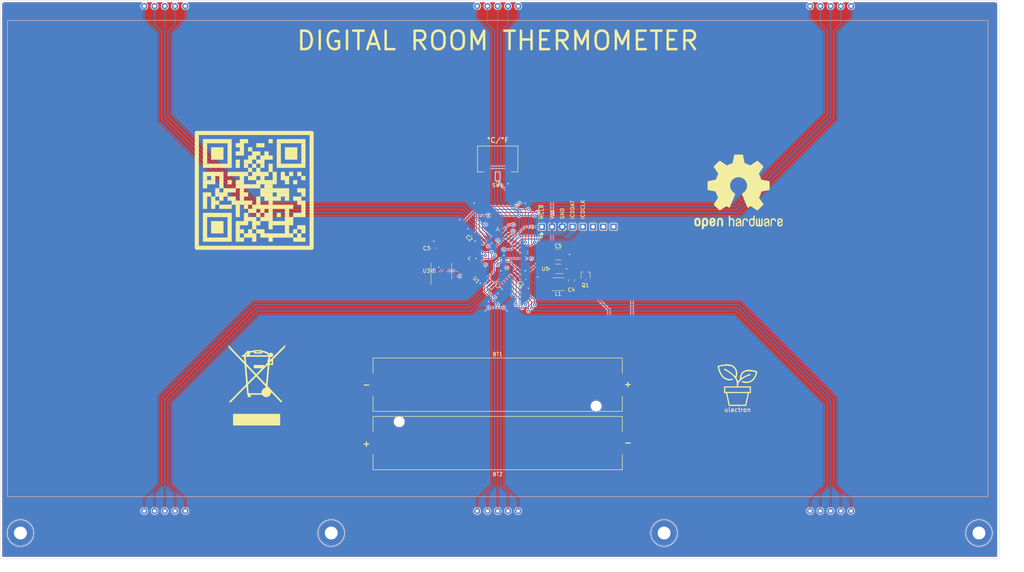
<source format=kicad_pcb>
(kicad_pcb (version 20211014) (generator pcbnew)
  (title_block (title "Digital Room Thermometer") (date "2022-07-01") (rev "01") (company "© 2022 ulaktron"))
  (layers (0 "F.Cu" signal) (31 "B.Cu" signal) (34 "B.Paste" user) (35 "F.Paste" user) (36 "B.SilkS" user "B.Silkscreen") (37 "F.SilkS" user "F.Silkscreen") (38 "B.Mask" user) (39 "F.Mask" user) (44 "Edge.Cuts" user))
  (net 0 "")
  (net 1 "Net-(BT1-Pad1)")
  (net 2 "Net-(BT1-Pad2)")
  (net 3 "VDD")
  (net 4 "GND")
  (net 5 "Net-(L1-Pad2)")
  (net 6 "Net-(SW1-Pad1)")
  (net 7 "/~{MCLR}")
  (net 8 "/SEG13")
  (net 9 "/SEG14")
  (net 10 "/SEG12")
  (net 11 "/SEG7")
  (net 12 "/SEG15")
  (net 13 "/SEG4")
  (net 14 "/SEG5")
  (net 15 "/SEG2")
  (net 16 "/SEG1")
  (net 17 "/SEG3")
  (net 18 "/SEG6")
  (net 19 "/SEG11")
  (net 20 "/SEG10")
  (net 21 "/SEG9")
  (net 22 "/SEG8")
  (net 23 "/SEG0")
  (net 24 "/SEG17")
  (net 25 "/COM0")
  (net 26 "/SEG18")
  (net 27 "/SEG19")
  (net 28 "/SEG20")
  (net 31 "/SEG21")
  (net 32 "/SEG22")
  (net 33 "/SEG23")
  (net 36 "/SEG16")
  (net 37 "Net-(BT2-Pad2)")
  (net 41 "/~{CS}")
  (net 42 "/SCK")
  (net 43 "/MOSI")
  (net 44 "/MISO")
  (footprint "Package_SO:SOIC-8_3.9x4.9mm_P1.27mm" (layer "F.Cu") (at 124.179002 91.277999 90)
    (fp_text reference "U3")
    (fp_text value "ADT7311")
  )
  (footprint "Capacitor_SMD:C_1210_3225Metric" (layer "F.Cu") (at 153.135002 87.213999)
    (fp_text reference "C5")
    (fp_text value "10u")
  )
  (footprint "Logo:Logo_10mm" (layer "F.Cu") (at 197.839002 119.598999)
    (fp_text reference "REF**" hide)
    (fp_text value "Logo")
  )
  (footprint "Symbol:WEEE-Logo_14x20mm_SilkScreen" (layer "F.Cu") (at 78.459002 119.598999)
    (fp_text reference "REF**" hide)
    (fp_text value "WEEE-Logo_14x20mm_SilkScreen" hide)
  )
  (footprint "Package_TO_SOT_SMD:SOT-363_SC-70-6" (layer "F.Cu") (at 153.135002 90.775999 180)
    (fp_text reference "U5")
    (fp_text value "LTC3525-3.3")
  )
  (footprint "Inductor_SMD:L_Taiyo-Yuden_NR-30xx" (layer "F.Cu") (at 153.135002 94.579999 180)
    (fp_text reference "L1")
    (fp_text value "10u")
  )
  (footprint "Capacitor_SMD:C_0603_1608Metric" (layer "F.Cu") (at 122.274002 85.689999 90)
    (fp_text reference "C3")
    (fp_text value "100n")
  )
  (footprint "Capacitor_SMD:C_0603_1608Metric" (layer "F.Cu") (at 132.086493 82.16749 135)
    (fp_text reference "C2")
    (fp_text value "100n")
  )
  (footprint "Symbol:OSHW-Logo2_24.3x20mm_SilkScreen" (layer "F.Cu") (at 197.839002 71.719999)
    (fp_text reference "REF**" hide)
    (fp_text value "OSHW-Logo2_24.3x20mm_SilkScreen" hide)
  )
  (footprint "Vendor_CUI:MSS-102545-14A-V-SMT" (layer "F.Cu") (at 138.149002 67.857999)
    (fp_text reference "SW1")
    (fp_text value "°C/°F")
  )
  (footprint "MountingHole:MountingHole_3.2mm_M3_Pad" (layer "F.Cu") (at 96.908502 156.23)
    (fp_text reference "REF**" hide)
    (fp_text value "MountingHole_3.2mm_M3_Pad" hide)
  )
  (footprint "Capacitor_SMD:C_0805_2012Metric" (layer "F.Cu") (at 156.437002 93.629999 90)
    (fp_text reference "C4")
    (fp_text value "1u")
  )
  (footprint "MountingHole:MountingHole_3.2mm_M3_Pad" (layer "F.Cu") (at 257.399007 156.23)
    (fp_text reference "REF**" hide)
    (fp_text value "MountingHole_3.2mm_M3_Pad" hide)
  )
  (footprint "Package_QFP:TQFP-44_10x10mm_P0.8mm" (layer "F.Cu") (at 138.149002 88.229999 135)
    (fp_text reference "U1")
    (fp_text value "PIC16LF1904-I/PT")
  )
  (footprint "Connector_PinHeader_2.54mm:PinHeader_1x08_P2.54mm_Vertical" (layer "F.Cu") (at 149.071002 80.355999 90)
    (fp_text reference "J1")
    (fp_text value "ISCP")
  )
  (footprint "Vendor_Toshiba:UFM" (layer "F.Cu") (at 159.929502 92.547999)
    (fp_text reference "Q1")
    (fp_text value "SSM3K62TU")
  )
  (footprint "Vendor_Keystone:1020" (layer "F.Cu") (at 138.149002 133.949999)
    (fp_text reference "BT2")
    (fp_text value "LR03")
  )
  (footprint "MountingHole:MountingHole_3.2mm_M3_Pad" (layer "F.Cu") (at 179.389502 156.23)
    (fp_text reference "REF**" hide)
    (fp_text value "MountingHole_3.2mm_M3_Pad" hide)
  )
  (footprint "Vendor_Keystone:1020" (layer "F.Cu") (at 138.149002 119.471999 180)
    (fp_text reference "BT1")
    (fp_text value "LR03")
  )
  (footprint "Capacitor_SMD:C_0603_1608Metric" (layer "F.Cu") (at 144.777196 93.726822 -45)
    (fp_text reference "C1")
    (fp_text value "100n")
  )
  (footprint "MountingHole:MountingHole_3.2mm_M3_Pad" (layer "F.Cu") (at 19.899007 156.23)
    (fp_text reference "REF**" hide)
    (fp_text value "MountingHole_3.2mm_M3_Pad" hide)
  )
  (footprint "Vendor_Orient_Display:OD-103R" (layer "B.Cu") (at 55.668014 88.229999 180)
    (fp_text reference "U2" hide)
    (fp_text value "OD-103R")
  )
  (footprint "Vendor_Orient_Display:OD-103R" (layer "B.Cu") (at 138.149002 88.229999 180)
    (fp_text reference "U4" hide)
    (fp_text value "OD-103R")
  )
  (footprint "Vendor_Orient_Display:OD-103R" (layer "B.Cu") (at 220.629965 88.229999 180)
    (fp_text reference "U6" hide)
    (fp_text value "OD-103R")
  )
  (gr_rect (start 16.668039 29.229999) (end 259.62999 147.229999) (layer "B.SilkS") (width 0.1524) (fill none))
  (gr_rect (start 75.284002 71.846999) (end 76.300002 72.862999) (layer "F.SilkS") (width 0.0254) (fill solid))
  (gr_rect (start 82.396002 78.958999) (end 85.444002 79.974999) (layer "F.SilkS") (width 0.0254) (fill solid))
  (gr_rect (start 78.332002 76.926999) (end 79.348002 77.942999) (layer "F.SilkS") (width 0.0254) (fill solid))
  (gr_rect (start 65.124002 59.654999) (end 66.140002 64.734999) (layer "F.SilkS") (width 0.0254) (fill solid))
  (gr_rect (start 74.268002 78.958999) (end 76.300002 79.974999) (layer "F.SilkS") (width 0.0254) (fill solid))
  (gr_rect (start 75.284002 64.734999) (end 76.300002 65.750999) (layer "F.SilkS") (width 0.0254) (fill solid))
  (gr_rect (start 85.444002 72.862999) (end 86.460002 73.878999) (layer "F.SilkS") (width 0.0254) (fill solid))
  (gr_rect (start 75.284002 63.718999) (end 77.316002 64.734999) (layer "F.SilkS") (width 0.0254) (fill solid))
  (gr_rect (start 65.124002 76.926999) (end 72.236002 77.942999) (layer "F.SilkS") (width 0.0254) (fill solid))
  (gr_rect (start 65.124002 58.638999) (end 72.236002 59.654999) (layer "F.SilkS") (width 0.0254) (fill solid))
  (gr_rect (start 73.252002 63.718999) (end 74.268002 65.750999) (layer "F.SilkS") (width 0.0254) (fill solid))
  (gr_rect (start 78.332002 63.718999) (end 80.364002 64.734999) (layer "F.SilkS") (width 0.0254) (fill solid))
  (gr_rect (start 68.172002 70.830999) (end 69.188002 72.862999) (layer "F.SilkS") (width 0.0254) (fill solid))
  (gr_rect (start 76.300002 80.990999) (end 77.316002 82.006999) (layer "F.SilkS") (width 0.0254) (fill solid))
  (gr_rect (start 65.124002 71.846999) (end 67.156002 72.862999) (layer "F.SilkS") (width 0.0254) (fill solid))
  (gr_rect (start 80.364002 76.926999) (end 81.380002 78.958999) (layer "F.SilkS") (width 0.0254) (fill solid))
  (gr_rect (start 85.444002 75.910999) (end 86.460002 83.022999) (layer "F.SilkS") (width 0.0254) (fill solid))
  (gr_rect (start 65.124002 68.798999) (end 68.172002 69.814999) (layer "F.SilkS") (width 0.0254) (fill solid))
  (gr_rect (start 65.124002 64.734999) (end 72.236002 65.750999) (layer "F.SilkS") (width 0.0254) (fill solid))
  (gr_rect (start 76.300002 60.670999) (end 77.316002 61.686999) (layer "F.SilkS") (width 0.0254) (fill solid))
  (gr_rect (start 83.412002 58.638999) (end 90.524002 59.654999) (layer "F.SilkS") (width 0.0254) (fill solid))
  (gr_rect (start 69.188002 71.846999) (end 70.204002 73.878999) (layer "F.SilkS") (width 0.0254) (fill solid))
  (gr_rect (start 79.348002 71.846999) (end 82.396002 72.862999) (layer "F.SilkS") (width 0.0254) (fill solid))
  (gr_rect (start 74.268002 67.782999) (end 75.284002 68.798999) (layer "F.SilkS") (width 0.0254) (fill solid))
  (gr_rect (start 77.316002 83.022999) (end 78.332002 84.038999) (layer "F.SilkS") (width 0.0254) (fill solid))
  (gr_rect (start 84.428002 66.766999) (end 85.444002 68.798999) (layer "F.SilkS") (width 0.0254) (fill solid))
  (gr_rect (start 67.156002 67.782999) (end 68.172002 68.798999) (layer "F.SilkS") (width 0.0254) (fill solid))
  (gr_rect (start 88.492002 82.006999) (end 89.508002 83.022999) (layer "F.SilkS") (width 0.0254) (fill solid))
  (gr_rect (start 77.316002 61.686999) (end 79.348002 62.702999) (layer "F.SilkS") (width 0.0254) (fill solid))
  (gr_rect (start 65.124002 83.022999) (end 72.236002 84.038999) (layer "F.SilkS") (width 0.0254) (fill solid))
  (gr_rect (start 69.188002 74.894999) (end 72.236002 75.910999) (layer "F.SilkS") (width 0.0254) (fill solid))
  (gr_rect (start 79.348002 70.830999) (end 86.460002 71.846999) (layer "F.SilkS") (width 0.0254) (fill solid))
  (gr_rect (start 89.508002 71.846999) (end 90.524002 72.862999) (layer "F.SilkS") (width 0.0254) (fill solid))
  (gr_rect (start 71.220002 77.942999) (end 72.236002 83.022999) (layer "F.SilkS") (width 0.0254) (fill solid))
  (gr_rect (start 74.268002 80.990999) (end 75.284002 82.006999) (layer "F.SilkS") (width 0.0254) (fill solid))
  (gr_rect (start 83.412002 59.654999) (end 84.428002 64.734999) (layer "F.SilkS") (width 0.0254) (fill solid))
  (gr_rect (start 79.348002 67.782999) (end 80.364002 68.798999) (layer "F.SilkS") (width 0.0254) (fill solid))
  (gr_rect (start 76.300002 77.942999) (end 78.332002 78.958999) (layer "F.SilkS") (width 0.0254) (fill solid))
  (gr_rect (start 71.220002 72.862999) (end 73.252002 73.878999) (layer "F.SilkS") (width 0.0254) (fill solid))
  (gr_rect (start 85.444002 67.782999) (end 86.460002 69.814999) (layer "F.SilkS") (width 0.0254) (fill solid))
  (gr_rect (start 78.332002 78.958999) (end 79.348002 79.974999) (layer "F.SilkS") (width 0.0254) (fill solid))
  (gr_rect (start 87.476002 72.862999) (end 89.508002 73.878999) (layer "F.SilkS") (width 0.0254) (fill solid))
  (gr_rect (start 89.508002 67.782999) (end 90.524002 68.798999) (layer "F.SilkS") (width 0.0254) (fill solid))
  (gr_rect (start 79.348002 82.006999) (end 85.444002 83.022999) (layer "F.SilkS") (width 0.0254) (fill solid))
  (gr_rect (start 72.236002 73.878999) (end 77.316002 74.894999) (layer "F.SilkS") (width 0.0254) (fill solid))
  (gr_rect (start 65.124002 67.782999) (end 66.140002 68.798999) (layer "F.SilkS") (width 0.0254) (fill solid))
  (gr_rect (start 78.332002 68.798999) (end 83.412002 69.814999) (layer "F.SilkS") (width 0.0254) (fill solid))
  (gr_rect (start 76.300002 65.750999) (end 77.316002 66.766999) (layer "F.SilkS") (width 0.0254) (fill solid))
  (gr_rect (start 78.332002 80.990999) (end 80.364002 82.006999) (layer "F.SilkS") (width 0.0254) (fill solid))
  (gr_rect (start 76.300002 75.910999) (end 78.332002 76.926999) (layer "F.SilkS") (width 0.0254) (fill solid))
  (gr_rect (start 75.284002 74.894999) (end 76.300002 75.910999) (layer "F.SilkS") (width 0.0254) (fill solid))
  (gr_rect (start 77.316002 74.894999) (end 87.476002 75.910999) (layer "F.SilkS") (width 0.0254) (fill solid))
  (gr_rect (start 76.300002 67.782999) (end 78.332002 68.798999) (layer "F.SilkS") (width 0.0254) (fill solid))
  (gr_rect (start 89.508002 59.654999) (end 90.524002 64.734999) (layer "F.SilkS") (width 0.0254) (fill solid))
  (gr_rect (start 79.348002 64.734999) (end 80.364002 65.750999) (layer "F.SilkS") (width 0.0254) (fill solid))
  (gr_rect (start 74.268002 70.830999) (end 75.284002 73.878999) (layer "F.SilkS") (width 0.0254) (fill solid))
  (gr_rect (start 79.348002 75.910999) (end 80.364002 76.926999) (layer "F.SilkS") (width 0.0254) (fill solid))
  (gr_rect (start 71.220002 66.766999) (end 76.300002 67.782999) (layer "F.SilkS") (width 0.0254) (fill solid))
  (gr_rect (start 85.444002 60.670999) (end 88.492002 63.718999) (layer "F.SilkS") (width 0.0254) (fill solid))
  (gr_rect (start 75.284002 58.638999) (end 76.300002 59.654999) (layer "F.SilkS") (width 0.0254) (fill solid))
  (gr_rect (start 65.124002 66.766999) (end 70.204002 67.782999) (layer "F.SilkS") (width 0.0254) (fill solid))
  (gr_rect (start 74.268002 83.022999) (end 75.284002 84.038999) (layer "F.SilkS") (width 0.0254) (fill solid))
  (gr_rect (start 73.252002 68.798999) (end 75.284002 69.814999) (layer "F.SilkS") (width 0.0254) (fill solid))
  (gr_rect (start 70.204002 70.830999) (end 71.220002 72.862999) (layer "F.SilkS") (width 0.0254) (fill solid))
  (gr_rect (start 81.380002 73.878999) (end 82.396002 74.894999) (layer "F.SilkS") (width 0.0254) (fill solid))
  (gr_rect (start 82.396002 66.766999) (end 83.412002 68.798999) (layer "F.SilkS") (width 0.0254) (fill solid))
  (gr_rect (start 73.252002 61.686999) (end 74.268002 62.702999) (layer "F.SilkS") (width 0.0254) (fill solid))
  (gr_rect (start 81.380002 64.734999) (end 82.396002 66.766999) (layer "F.SilkS") (width 0.0254) (fill solid))
  (gr_rect (start 67.156002 78.958999) (end 70.204002 82.006999) (layer "F.SilkS") (width 0.0254) (fill solid))
  (gr_rect (start 83.412002 64.734999) (end 90.524002 65.750999) (layer "F.SilkS") (width 0.0254) (fill solid))
  (gr_rect (start 81.380002 83.022999) (end 82.396002 84.038999) (layer "F.SilkS") (width 0.0254) (fill solid))
  (gr_rect (start 89.508002 80.990999) (end 90.524002 82.006999) (layer "F.SilkS") (width 0.0254) (fill solid))
  (gr_rect (start 87.476002 83.022999) (end 90.524002 84.038999) (layer "F.SilkS") (width 0.0254) (fill solid))
  (gr_rect (start 63.600002 57.114999) (end 92.048002 85.562999) (layer "F.SilkS") (width 1.016) (fill none))
  (gr_rect (start 75.284002 82.006999) (end 78.332002 83.022999) (layer "F.SilkS") (width 0.0254) (fill solid))
  (gr_rect (start 75.284002 76.926999) (end 76.300002 78.958999) (layer "F.SilkS") (width 0.0254) (fill solid))
  (gr_rect (start 88.492002 73.878999) (end 89.508002 74.894999) (layer "F.SilkS") (width 0.0254) (fill solid))
  (gr_rect (start 71.220002 59.654999) (end 72.236002 64.734999) (layer "F.SilkS") (width 0.0254) (fill solid))
  (gr_rect (start 88.492002 70.830999) (end 90.524002 71.846999) (layer "F.SilkS") (width 0.0254) (fill solid))
  (gr_rect (start 73.252002 59.654999) (end 74.268002 60.670999) (layer "F.SilkS") (width 0.0254) (fill solid))
  (gr_rect (start 76.300002 62.702999) (end 78.332002 63.718999) (layer "F.SilkS") (width 0.0254) (fill solid))
  (gr_rect (start 81.380002 75.910999) (end 82.396002 80.990999) (layer "F.SilkS") (width 0.0254) (fill solid))
  (gr_rect (start 86.460002 66.766999) (end 87.476002 67.782999) (layer "F.SilkS") (width 0.0254) (fill solid))
  (gr_rect (start 74.268002 58.638999) (end 75.284002 62.702999) (layer "F.SilkS") (width 0.0254) (fill solid))
  (gr_rect (start 65.124002 72.862999) (end 66.140002 75.910999) (layer "F.SilkS") (width 0.0254) (fill solid))
  (gr_rect (start 78.332002 72.862999) (end 79.348002 74.894999) (layer "F.SilkS") (width 0.0254) (fill solid))
  (gr_rect (start 80.364002 72.862999) (end 84.428002 73.878999) (layer "F.SilkS") (width 0.0254) (fill solid))
  (gr_rect (start 67.156002 72.862999) (end 68.172002 75.910999) (layer "F.SilkS") (width 0.0254) (fill solid))
  (gr_rect (start 87.476002 68.798999) (end 88.492002 69.814999) (layer "F.SilkS") (width 0.0254) (fill solid))
  (gr_rect (start 77.316002 66.766999) (end 81.380002 67.782999) (layer "F.SilkS") (width 0.0254) (fill solid))
  (gr_rect (start 78.332002 59.654999) (end 80.364002 60.670999) (layer "F.SilkS") (width 0.0254) (fill solid))
  (gr_rect (start 83.412002 76.926999) (end 84.428002 77.942999) (layer "F.SilkS") (width 0.0254) (fill solid))
  (gr_rect (start 88.492002 79.974999) (end 90.524002 80.990999) (layer "F.SilkS") (width 0.0254) (fill solid))
  (gr_rect (start 65.124002 77.942999) (end 66.140002 83.022999) (layer "F.SilkS") (width 0.0254) (fill solid))
  (gr_rect (start 77.316002 64.734999) (end 78.332002 65.750999) (layer "F.SilkS") (width 0.0254) (fill solid))
  (gr_rect (start 65.124002 69.814999) (end 66.140002 70.830999) (layer "F.SilkS") (width 0.0254) (fill solid))
  (gr_rect (start 68.172002 73.878999) (end 69.188002 74.894999) (layer "F.SilkS") (width 0.0254) (fill solid))
  (gr_rect (start 89.508002 73.878999) (end 90.524002 77.942999) (layer "F.SilkS") (width 0.0254) (fill solid))
  (gr_rect (start 87.476002 76.926999) (end 89.508002 77.942999) (layer "F.SilkS") (width 0.0254) (fill solid))
  (gr_rect (start 88.492002 66.766999) (end 89.508002 67.782999) (layer "F.SilkS") (width 0.0254) (fill solid))
  (gr_rect (start 79.348002 62.702999) (end 82.396002 63.718999) (layer "F.SilkS") (width 0.0254) (fill solid))
  (gr_rect (start 86.460002 77.942999) (end 87.476002 79.974999) (layer "F.SilkS") (width 0.0254) (fill solid))
  (gr_rect (start 73.252002 74.894999) (end 74.268002 77.942999) (layer "F.SilkS") (width 0.0254) (fill solid))
  (gr_rect (start 73.252002 78.958999) (end 74.268002 84.038999) (layer "F.SilkS") (width 0.0254) (fill solid))
  (gr_rect (start 83.412002 71.846999) (end 86.460002 72.862999) (layer "F.SilkS") (width 0.0254) (fill solid))
  (gr_rect (start 77.316002 78.958999) (end 78.332002 80.990999) (layer "F.SilkS") (width 0.0254) (fill solid))
  (gr_rect (start 78.332002 65.750999) (end 79.348002 66.766999) (layer "F.SilkS") (width 0.0254) (fill solid))
  (gr_rect (start 67.156002 60.670999) (end 70.204002 63.718999) (layer "F.SilkS") (width 0.0254) (fill solid))
  (gr_rect (start 71.220002 68.798999) (end 72.236002 69.814999) (layer "F.SilkS") (width 0.0254) (fill solid))
  (gr_rect (start 73.252002 69.814999) (end 79.348002 70.830999) (layer "F.SilkS") (width 0.0254) (fill solid))
  (gr_rect (start 80.364002 69.814999) (end 82.396002 70.830999) (layer "F.SilkS") (width 0.0254) (fill solid))
  (gr_rect (start 71.220002 70.830999) (end 73.252002 71.846999) (layer "F.SilkS") (width 0.0254) (fill solid))
  (gr_rect (start 86.460002 82.006999) (end 87.476002 83.022999) (layer "F.SilkS") (width 0.0254) (fill solid))
  (gr_rect (start 80.364002 61.686999) (end 81.380002 62.702999) (layer "F.SilkS") (width 0.0254) (fill solid))
  (gr_rect (start 79.348002 77.942999) (end 80.364002 78.958999) (layer "F.SilkS") (width 0.0254) (fill solid))
  (gr_rect (start 81.380002 58.638999) (end 82.396002 59.654999) (layer "F.SilkS") (width 0.0254) (fill solid))
  (gr_rect (start 87.476002 80.990999) (end 88.492002 82.006999) (layer "F.SilkS") (width 0.0254) (fill solid))
  (gr_rect (start 69.188002 67.782999) (end 70.204002 70.830999) (layer "F.SilkS") (width 0.0254) (fill solid))
  (gr_arc (start 14.899008 25.230001) (mid 15.191901 24.522894) (end 15.899008 24.230001) (layer "Edge.Cuts") (width 0.1))
  (gr_line (start 14.899007 25.23) (end 14.899007 162.63) (layer "Edge.Cuts") (width 0.1))
  (gr_line (start 15.899007 24.23) (end 261.399007 24.23) (layer "Edge.Cuts") (width 0.1))
  (gr_line (start 262.399007 162.63) (end 262.399007 25.23) (layer "Edge.Cuts") (width 0.1))
  (gr_line (start 14.899007 162.63) (end 262.399007 162.63) (layer "Edge.Cuts") (width 0.1))
  (gr_arc (start 261.399006 24.230001) (mid 262.106113 24.522894) (end 262.399006 25.230001) (layer "Edge.Cuts") (width 0.1))
  (gr_text "DIGITAL ROOM THERMOMETER" (at 138.149002 34.254999) (layer "F.SilkS") (effects (font (size 4.572 4.572) (thickness 0.6096))))
  (gr_text "+" (at 170.407002 119.344999) (layer "F.SilkS") (effects (font (size 1.524 1.524) (thickness 0.254))))
  (gr_text "-" (at 170.407002 133.822999) (layer "F.SilkS") (effects (font (size 1.524 1.524) (thickness 0.254))))
  (gr_text "+" (at 105.637002 134.076999) (layer "F.SilkS") (effects (font (size 1.524 1.524) (thickness 0.254))))
  (gr_text "ulactron" (at 197.585002 125.694999) (layer "F.SilkS") (effects (font (size 1.0668 1.0668) (thickness 0.1778))))
  (gr_text "GND" (at 154.151002 78.577999 90) (layer "F.SilkS") (effects (font (size 0.9144 0.9144) (thickness 0.1524)) (justify left)))
  (gr_text "ICDCLK" (at 159.231002 78.577999 90) (layer "F.SilkS") (effects (font (size 0.9144 0.9144) (thickness 0.1524)) (justify left)))
  (gr_text "~{MCLR}" (at 149.071002 78.577999 90) (layer "F.SilkS") (effects (font (size 0.9144 0.9144) (thickness 0.1524)) (justify left)))
  (gr_text "-" (at 105.637002 119.471999) (layer "F.SilkS") (effects (font (size 1.524 1.524) (thickness 0.254))))
  (gr_text "ICDDAT" (at 156.691002 78.577999 90) (layer "F.SilkS") (effects (font (size 0.9144 0.9144) (thickness 0.1524)) (justify left)))
  (gr_text "V_{DD}" (at 151.611002 78.577999 90) (layer "F.SilkS") (effects (font (size 0.9144 0.9144) (thickness 0.1524)) (justify left)))
  (segment (start 153.435002 91.425999) (end 154.085002 91.425999) (width 0.2032) (layer "F.Cu") (net 1))
  (segment (start 159.231002 94.579999) (end 159.279503 94.531498) (width 0.4064) (layer "F.Cu") (net 1))
  (segment (start 154.235002 94.579999) (end 156.437002 94.579999) (width 0.4064) (layer "F.Cu") (net 1))
  (segment (start 156.437002 94.579999) (end 159.231002 94.579999) (width 0.4064) (layer "F.Cu") (net 1))
  (segment (start 154.085002 91.425999) (end 154.085002 92.275999) (width 0.2032) (layer "F.Cu") (net 1))
  (segment (start 153.135002 91.125999) (end 153.435002 91.425999) (width 0.2032) (layer "F.Cu") (net 1))
  (segment (start 154.235002 92.425999) (end 154.235002 94.525999) (width 0.2032) (layer "F.Cu") (net 1))
  (segment (start 153.435002 90.125999) (end 153.135002 90.425999) (width 0.2032) (layer "F.Cu") (net 1))
  (segment (start 159.279503 93.602099) (end 159.279503 94.531498) (width 0.4064) (layer "F.Cu") (net 1))
  (segment (start 159.279503 94.531498) (end 165.720702 100.972697) (width 0.4064) (layer "F.Cu") (net 1))
  (segment (start 165.720702 100.972697) (end 165.720702 119.471999) (width 0.4064) (layer "F.Cu") (net 1))
  (segment (start 154.085002 92.275999) (end 154.235002 92.425999) (width 0.2032) (layer "F.Cu") (net 1))
  (segment (start 153.135002 90.425999) (end 153.135002 91.125999) (width 0.2032) (layer "F.Cu") (net 1))
  (segment (start 154.085002 90.125999) (end 153.435002 90.125999) (width 0.2032) (layer "F.Cu") (net 1))
  (segment (start 110.577302 119.471999) (end 110.577302 133.949999) (width 0.4064) (layer "F.Cu") (net 2))
  (segment (start 126.465002 84.165999) (end 129.767002 84.165999) (width 0.4064) (layer "F.Cu") (net 3))
  (segment (start 129.767002 79.085999) (end 135.609002 73.243999) (width 0.4064) (layer "F.Cu") (net 3))
  (segment (start 150.194003 87.213999) (end 151.660002 87.213999) (width 0.4064) (layer "F.Cu") (net 3))
  (segment (start 151.611002 70.195999) (end 147.039002 65.623999) (width 0.4064) (layer "F.Cu") (net 3))
  (segment (start 152.185002 89.575999) (end 151.660002 89.050999) (width 0.4064) (layer "F.Cu") (net 3))
  (segment (start 145.007938 89.432081) (end 146.531002 90.955145) (width 0.2032) (layer "F.Cu") (net 3))
  (segment (start 151.611002 87.164999) (end 151.611002 80.355999) (width 0.4064) (layer "F.Cu") (net 3))
  (segment (start 151.611002 80.355999) (end 151.611002 70.195999) (width 0.4064) (layer "F.Cu") (net 3))
  (segment (start 131.184 84.165999) (end 132.634501 82.715498) (width 0.4064) (layer "F.Cu") (net 3))
  (segment (start 134.118493 84.19949) (end 132.634501 82.715498) (width 0.4064) (layer "F.Cu") (net 3))
  (segment (start 122.274002 88.802999) (end 122.274002 86.464999) (width 0.4064) (layer "F.Cu") (net 3))
  (segment (start 122.274002 86.464999) (end 124.166002 86.464999) (width 0.4064) (layer "F.Cu") (net 3))
  (segment (start 136.371002 65.623999) (end 135.609002 66.385999) (width 0.4064) (layer "F.Cu") (net 3))
  (segment (start 142.745196 91.694822) (end 144.229188 93.178814) (width 0.4064) (layer "F.Cu") (net 3))
  (segment (start 147.039002 65.623999) (end 136.371002 65.623999) (width 0.4064) (layer "F.Cu") (net 3))
  (segment (start 151.660002 89.050999) (end 151.660002 87.213999) (width 0.4064) (layer "F.Cu") (net 3))
  (segment (start 144.229188 93.178814) (end 150.194003 87.213999) (width 0.4064) (layer "F.Cu") (net 3))
  (segment (start 135.609002 66.385999) (end 135.609002 67.857999) (width 0.4064) (layer "F.Cu") (net 3))
  (segment (start 129.767002 84.165999) (end 131.184 84.165999) (width 0.4064) (layer "F.Cu") (net 3))
  (segment (start 124.166002 86.464999) (end 126.465002 84.165999) (width 0.4064) (layer "F.Cu") (net 3))
  (segment (start 152.185002 90.125999) (end 152.185002 89.575999) (width 0.4064) (layer "F.Cu") (net 3))
  (segment (start 135.609002 73.243999) (end 135.609002 67.857999) (width 0.4064) (layer "F.Cu") (net 3))
  (segment (start 129.767002 84.165999) (end 129.767002 79.085999) (width 0.4064) (layer "F.Cu") (net 3))
  (via (at 148.055002 92.801999) (size 0.762) (drill 0.3048) (layers "F.Cu" "B.Cu") (net 4))
  (via (at 135.101002 101.183999) (size 0.762) (drill 0.3048) (layers "F.Cu" "B.Cu") (net 4))
  (via (at 132.307002 74.513999) (size 0.762) (drill 0.3048) (layers "F.Cu" "B.Cu") (net 4))
  (via (at 138.149002 80.609999) (size 0.762) (drill 0.3048) (layers "F.Cu" "B.Cu") (net 4))
  (via (at 140.435002 101.183999) (size 0.762) (drill 0.3048) (layers "F.Cu" "B.Cu") (net 4))
  (via (at 138.911002 91.277999) (size 0.762) (drill 0.3048) (layers "F.Cu" "B.Cu") (net 4))
  (via (at 135.863002 98.897999) (size 0.762) (drill 0.3048) (layers "F.Cu" "B.Cu") (net 4))
  (via (at 138.149002 96.865999) (size 0.762) (drill 0.3048) (layers "F.Cu" "B.Cu") (net 4))
  (via (at 122.274002 83.911999) (size 0.762) (drill 0.3048) (layers "F.Cu" "B.Cu") (net 4))
  (via (at 128.751002 78.577999) (size 0.762) (drill 0.3048) (layers "F.Cu" "B.Cu") (net 4))
  (via (at 130.783002 80.863999) (size 0.762) (drill 0.3048) (layers "F.Cu" "B.Cu") (net 4))
  (via (at 145.769002 95.595999) (size 0.762) (drill 0.3048) (layers "F.Cu" "B.Cu") (net 4))
  (via (at 155.235024 90.769999) (size 0.762) (drill 0.3048) (layers "F.Cu" "B.Cu") (net 4))
  (via (at 145.007002 91.277999) (size 0.762) (drill 0.3048) (layers "F.Cu" "B.Cu") (net 4))
  (via (at 140.689002 69.687999) (size 0.762) (drill 0.3048) (layers "F.Cu" "B.Cu") (net 4))
  (via (at 155.929002 87.213999) (size 0.762) (drill 0.3048) (layers "F.Cu" "B.Cu") (net 4))
  (via (at 150.985024 90.769999) (size 0.762) (drill 0.3048) (layers "F.Cu" "B.Cu") (net 4))
  (via (at 132.561002 83.911999) (size 0.762) (drill 0.3048) (layers "F.Cu" "B.Cu") (net 4))
  (via (at 132.815002 88.229999) (size 0.762) (drill 0.3048) (layers "F.Cu" "B.Cu") (net 4))
  (via (at 133.831002 94.325999) (size 0.762) (drill 0.3048) (layers "F.Cu" "B.Cu") (net 4))
  (via (at 139.673002 87.467999) (size 0.762) (drill 0.3048) (layers "F.Cu" "B.Cu") (net 4))
  (via (at 145.007002 74.513999) (size 0.762) (drill 0.3048) (layers "F.Cu" "B.Cu") (net 4))
  (via (at 123.544002 90.388999) (size 0.762) (drill 0.3048) (layers "F.Cu" "B.Cu") (net 4))
  (via (at 136.625002 84.419999) (size 0.762) (drill 0.3048) (layers "F.Cu" "B.Cu") (net 4))
  (segment (start 152.035002 92.425999) (end 152.185002 92.275999) (width 0.4064) (layer "F.Cu") (net 5))
  (segment (start 152.185002 92.275999) (end 152.185002 91.425999) (width 0.4064) (layer "F.Cu") (net 5))
  (segment (start 152.035002 94.579999) (end 152.035002 92.425999) (width 0.4064) (layer "F.Cu") (net 5))
  (segment (start 138.149002 69.179999) (end 138.149002 67.857999) (width 0.2032) (layer "F.Cu") (net 6))
  (segment (start 144.475744 84.165999) (end 143.310882 85.330861) (width 0.2032) (layer "F.Cu") (net 6))
  (segment (start 145.023308 84.165999) (end 144.475744 84.165999) (width 0.2032) (layer "F.Cu") (net 6))
  (segment (start 143.483002 74.513999) (end 138.149002 69.179999) (width 0.2032) (layer "F.Cu") (net 6))
  (via (at 143.483002 74.513999) (size 0.762) (drill 0.3048) (layers "F.Cu" "B.Cu") (net 6))
  (via (at 145.023308 84.165999) (size 0.762) (drill 0.3048) (layers "F.Cu" "B.Cu") (net 6))
  (segment (start 145.007002 76.037999) (end 145.007002 84.149693) (width 0.2032) (layer "B.Cu") (net 6))
  (segment (start 145.007002 84.149693) (end 145.023308 84.165999) (width 0.2032) (layer "B.Cu") (net 6))
  (segment (start 143.483002 74.513999) (end 145.007002 76.037999) (width 0.2032) (layer "B.Cu") (net 6))
  (segment (start 141.613825 83.633805) (end 144.891631 80.355999) (width 0.2032) (layer "F.Cu") (net 7))
  (segment (start 144.891631 80.355999) (end 149.071002 80.355999) (width 0.2032) (layer "F.Cu") (net 7))
  (segment (start 142.179511 84.19949) (end 143.737002 82.641999) (width 0.2032) (layer "F.Cu") (net 8))
  (segment (start 143.737002 82.641999) (end 148.817002 82.641999) (width 0.2032) (layer "F.Cu") (net 8))
  (via (at 148.817002 82.641999) (size 0.762) (drill 0.3048) (layers "F.Cu" "B.Cu") (net 8))
  (via (at 143.483002 82.895999) (size 0.762) (drill 0.3048) (layers "F.Cu" "B.Cu") (net 8))
  (segment (start 143.483002 82.895999) (end 143.483002 78.577999) (width 0.2032) (layer "B.Cu") (net 8))
  (segment locked (start 138.911002 31.841999) (end 140.689002 30.063999) (width 0.2032) (layer "B.Cu") (net 8))
  (segment (start 143.483002 78.577999) (end 138.911002 74.005999) (width 0.2032) (layer "B.Cu") (net 8))
  (segment (start 154.405002 82.641999) (end 156.691002 80.355999) (width 0.2032) (layer "B.Cu") (net 8))
  (segment (start 148.817002 82.641999) (end 154.405002 82.641999) (width 0.2032) (layer "B.Cu") (net 8))
  (segment (start 138.911002 74.005999) (end 138.911002 31.841999) (width 0.2032) (layer "B.Cu") (net 8))
  (segment (start 140.689002 30.063999) (end 140.689002 25.679999) (width 0.2032) (layer "B.Cu") (net 8))
  (segment (start 141.566373 85.943999) (end 142.745196 84.765176) (width 0.2032) (layer "F.Cu") (net 9))
  (segment (start 139.673002 85.943999) (end 141.566373 85.943999) (width 0.2032) (layer "F.Cu") (net 9))
  (segment (start 144.106373 83.403999) (end 148.055002 83.403999) (width 0.2032) (layer "F.Cu") (net 9))
  (segment (start 142.745196 84.765176) (end 144.106373 83.403999) (width 0.2032) (layer "F.Cu") (net 9))
  (via (at 139.673002 85.943999) (size 0.762) (drill 0.3048) (layers "F.Cu" "B.Cu") (net 9))
  (via (at 148.055002 83.403999) (size 0.762) (drill 0.3048) (layers "F.Cu" "B.Cu") (net 9))
  (segment (start 148.055002 83.403999) (end 156.183002 83.403999) (width 0.2032) (layer "B.Cu") (net 9))
  (segment (start 133.069002 28.539999) (end 133.069002 25.679999) (width 0.2032) (layer "B.Cu") (net 9))
  (segment (start 136.625002 74.767999) (end 136.625002 32.095999) (width 0.2032) (layer "B.Cu") (net 9))
  (segment (start 156.183002 83.403999) (end 159.231002 80.355999) (width 0.2032) (layer "B.Cu") (net 9))
  (segment locked (start 136.625002 32.095999) (end 133.069002 28.539999) (width 0.2032) (layer "B.Cu") (net 9))
  (segment (start 139.673002 77.815999) (end 136.625002 74.767999) (width 0.2032) (layer "B.Cu") (net 9))
  (segment (start 139.673002 85.943999) (end 139.673002 77.815999) (width 0.2032) (layer "B.Cu") (net 9))
  (segment (start 141.959002 82.157257) (end 141.04814 83.068119) (width 0.2032) (layer "F.Cu") (net 10))
  (segment (start 141.959002 81.371999) (end 141.959002 82.157257) (width 0.2032) (layer "F.Cu") (net 10))
  (via (at 141.959002 81.371999) (size 0.762) (drill 0.3048) (layers "F.Cu" "B.Cu") (net 10))
  (segment (start 138.911002 100.167999) (end 138.911002 144.617999) (width 0.2032) (layer "B.Cu") (net 10))
  (segment (start 141.959002 97.119999) (end 138.911002 100.167999) (width 0.2032) (layer "B.Cu") (net 10))
  (segment (start 140.689002 146.395999) (end 140.689002 150.779999) (width 0.2032) (layer "B.Cu") (net 10))
  (segment (start 138.911002 144.617999) (end 140.689002 146.395999) (width 0.2032) (layer "B.Cu") (net 10))
  (segment (start 141.959002 81.371999) (end 141.959002 97.119999) (width 0.2032) (layer "B.Cu") (net 10))
  (segment (start 137.802889 85.181999) (end 140.482454 82.502434) (width 0.2032) (layer "F.Cu") (net 11))
  (segment (start 135.863002 85.181999) (end 137.802889 85.181999) (width 0.2032) (layer "F.Cu") (net 11))
  (via (at 135.863002 85.181999) (size 0.762) (drill 0.3048) (layers "F.Cu" "B.Cu") (net 11))
  (segment (start 130.783002 98.897999) (end 77.570002 98.897999) (width 0.2032) (layer "B.Cu") (net 11))
  (segment (start 54.144039 122.323962) (end 54.144039 144.175999) (width 0.2032) (layer "B.Cu") (net 11))
  (segment (start 135.863002 85.181999) (end 135.863002 93.817999) (width 0.2032) (layer "B.Cu") (net 11))
  (segment (start 77.570002 98.897999) (end 54.144039 122.323962) (width 0.2032) (layer "B.Cu") (net 11))
  (segment (start 54.144039 144.175999) (end 50.588039 147.731999) (width 0.2032) (layer "B.Cu") (net 11))
  (segment (start 50.588039 147.731999) (end 50.588039 150.779999) (width 0.2032) (layer "B.Cu") (net 11))
  (segment (start 135.863002 93.817999) (end 130.783002 98.897999) (width 0.2032) (layer "B.Cu") (net 11))
  (segment (start 141.959002 79.847999) (end 140.874148 79.847999) (width 0.2032) (layer "F.Cu") (net 12))
  (segment (start 140.874148 79.847999) (end 139.351084 81.371063) (width 0.2032) (layer "F.Cu") (net 12))
  (via (at 141.959002 79.847999) (size 0.762) (drill 0.3048) (layers "F.Cu" "B.Cu") (net 12))
  (segment (start 141.197002 92.547999) (end 136.625002 97.119999) (width 0.2032) (layer "B.Cu") (net 12))
  (segment (start 136.625002 97.119999) (end 136.625002 144.236999) (width 0.2032) (layer "B.Cu") (net 12))
  (segment (start 141.197002 80.609999) (end 141.197002 92.547999) (width 0.2032) (layer "B.Cu") (net 12))
  (segment (start 133.069002 147.792999) (end 133.069002 150.779999) (width 0.2032) (layer "B.Cu") (net 12))
  (segment (start 141.959002 79.847999) (end 141.197002 80.609999) (width 0.2032) (layer "B.Cu") (net 12))
  (segment (start 136.625002 144.236999) (end 133.069002 147.792999) (width 0.2032) (layer "B.Cu") (net 12))
  (segment (start 138.149002 83.657999) (end 138.149002 82.573145) (width 0.2032) (layer "F.Cu") (net 13))
  (segment (start 138.149002 82.573145) (end 136.94692 81.371063) (width 0.2032) (layer "F.Cu") (net 13))
  (via (at 138.149002 83.657999) (size 0.762) (drill 0.3048) (layers "F.Cu" "B.Cu") (net 13))
  (segment (start 138.149002 90.769999) (end 138.149002 94.579999) (width 0.2032) (layer "B.Cu") (net 13))
  (segment (start 138.149002 94.579999) (end 131.545002 101.183999) (width 0.2032) (layer "B.Cu") (net 13))
  (segment (start 138.149002 83.657999) (end 138.911002 84.419999) (width 0.2032) (layer "B.Cu") (net 13))
  (segment (start 58.208039 150.779999) (end 58.208039 146.207999) (width 0.2032) (layer "B.Cu") (net 13))
  (segment (start 56.430039 144.429999) (end 56.430039 123.466962) (width 0.2032) (layer "B.Cu") (net 13))
  (segment (start 78.713002 101.183999) (end 131.545002 101.183999) (width 0.2032) (layer "B.Cu") (net 13))
  (segment (start 138.911002 90.007999) (end 138.149002 90.769999) (width 0.2032) (layer "B.Cu") (net 13))
  (segment (start 56.430039 123.466962) (end 78.713002 101.183999) (width 0.2032) (layer "B.Cu") (net 13))
  (segment (start 58.208039 146.207999) (end 56.430039 144.429999) (width 0.2032) (layer "B.Cu") (net 13))
  (segment (start 138.911002 84.419999) (end 138.911002 90.007999) (width 0.2032) (layer "B.Cu") (net 13))
  (segment (start 135.101002 79.847999) (end 135.101002 80.656516) (width 0.2032) (layer "F.Cu") (net 14))
  (segment (start 135.101002 80.656516) (end 136.381235 81.936749) (width 0.2032) (layer "F.Cu") (net 14))
  (via (at 135.101002 79.847999) (size 0.762) (drill 0.3048) (layers "F.Cu" "B.Cu") (net 14))
  (segment (start 78.713002 75.275999) (end 56.430039 52.993036) (width 0.2032) (layer "B.Cu") (net 14))
  (segment (start 134.339002 79.847999) (end 129.767002 75.275999) (width 0.2032) (layer "B.Cu") (net 14))
  (segment (start 56.430014 32.029999) (end 58.208039 30.251974) (width 0.2032) (layer "B.Cu") (net 14))
  (segment (start 129.767002 75.275999) (end 78.713002 75.275999) (width 0.2032) (layer "B.Cu") (net 14))
  (segment (start 135.101002 79.847999) (end 134.339002 79.847999) (width 0.2032) (layer "B.Cu") (net 14))
  (segment (start 56.430039 32.030024) (end 56.430014 32.029999) (width 0.2032) (layer "B.Cu") (net 14))
  (segment (start 56.430039 52.993036) (end 56.430039 32.030024) (width 0.2032) (layer "B.Cu") (net 14))
  (segment (start 58.208039 30.251974) (end 58.208039 25.679999) (width 0.2032) (layer "B.Cu") (net 14))
  (segment (start 134.36226 86.705999) (end 132.987122 85.330861) (width 0.2032) (layer "F.Cu") (net 15))
  (segment (start 136.625002 86.705999) (end 134.36226 86.705999) (width 0.2032) (layer "F.Cu") (net 15))
  (via (at 136.625002 86.705999) (size 0.762) (drill 0.3048) (layers "F.Cu" "B.Cu") (net 15))
  (segment (start 53.128039 146.207999) (end 53.128039 150.779999) (width 0.2032) (layer "B.Cu") (net 15))
  (segment (start 131.037002 99.659999) (end 77.951002 99.659999) (width 0.2032) (layer "B.Cu") (net 15))
  (segment (start 77.951002 99.659999) (end 54.906039 122.704962) (width 0.2032) (layer "B.Cu") (net 15))
  (segment (start 54.906039 122.704962) (end 54.906039 144.429999) (width 0.2032) (layer "B.Cu") (net 15))
  (segment (start 54.906039 144.429999) (end 53.128039 146.207999) (width 0.2032) (layer "B.Cu") (net 15))
  (segment (start 136.625002 94.071999) (end 131.037002 99.659999) (width 0.2032) (layer "B.Cu") (net 15))
  (segment (start 136.625002 86.705999) (end 136.625002 94.071999) (width 0.2032) (layer "B.Cu") (net 15))
  (segment (start 135.101002 87.467999) (end 133.992889 87.467999) (width 0.2032) (layer "F.Cu") (net 16))
  (segment (start 133.992889 87.467999) (end 132.421437 85.896547) (width 0.2032) (layer "F.Cu") (net 16))
  (via (at 135.101002 87.467999) (size 0.762) (drill 0.3048) (layers "F.Cu" "B.Cu") (net 16))
  (segment (start 135.101002 87.467999) (end 135.101002 82.641999) (width 0.2032) (layer "B.Cu") (net 16))
  (segment (start 54.906039 32.030024) (end 53.128039 30.252024) (width 0.2032) (layer "B.Cu") (net 16))
  (segment (start 135.101002 82.641999) (end 129.259002 76.799999) (width 0.2032) (layer "B.Cu") (net 16))
  (segment (start 129.259002 76.799999) (end 77.951002 76.799999) (width 0.2032) (layer "B.Cu") (net 16))
  (segment (start 54.906039 53.755036) (end 54.906039 32.030024) (width 0.2032) (layer "B.Cu") (net 16))
  (segment (start 53.128039 30.252024) (end 53.128039 25.679999) (width 0.2032) (layer "B.Cu") (net 16))
  (segment (start 77.951002 76.799999) (end 54.906039 53.755036) (width 0.2032) (layer "B.Cu") (net 16))
  (segment (start 136.625002 88.229999) (end 134.754889 88.229999) (width 0.2032) (layer "F.Cu") (net 17))
  (segment (start 137.387002 87.467999) (end 136.625002 88.229999) (width 0.2032) (layer "F.Cu") (net 17))
  (segment (start 134.754889 88.229999) (end 132.421437 90.563451) (width 0.2032) (layer "F.Cu") (net 17))
  (via (at 137.387002 87.467999) (size 0.762) (drill 0.3048) (layers "F.Cu" "B.Cu") (net 17))
  (segment (start 78.332002 100.421999) (end 55.668039 123.085962) (width 0.2032) (layer "B.Cu") (net 17))
  (segment (start 137.387002 94.325999) (end 131.291002 100.421999) (width 0.2032) (layer "B.Cu") (net 17))
  (segment (start 131.291002 100.421999) (end 78.332002 100.421999) (width 0.2032) (layer "B.Cu") (net 17))
  (segment (start 137.387002 87.467999) (end 137.387002 94.325999) (width 0.2032) (layer "B.Cu") (net 17))
  (segment (start 55.668039 123.085962) (end 55.668039 150.779999) (width 0.2032) (layer "B.Cu") (net 17))
  (segment (start 135.101002 89.753999) (end 134.36226 89.753999) (width 0.2032) (layer "F.Cu") (net 18))
  (segment (start 134.36226 89.753999) (end 132.987122 91.129137) (width 0.2032) (layer "F.Cu") (net 18))
  (via (at 135.101002 89.753999) (size 0.762) (drill 0.3048) (layers "F.Cu" "B.Cu") (net 18))
  (segment (start 135.101002 89.753999) (end 134.339002 88.991999) (width 0.2032) (layer "B.Cu") (net 18))
  (segment (start 50.588039 28.727999) (end 50.588039 25.679999) (width 0.2032) (layer "B.Cu") (net 18))
  (segment (start 77.570002 77.561999) (end 54.144039 54.136036) (width 0.2032) (layer "B.Cu") (net 18))
  (segment (start 54.144039 54.136036) (end 54.144039 32.283999) (width 0.2032) (layer "B.Cu") (net 18))
  (segment (start 129.005002 77.561999) (end 77.570002 77.561999) (width 0.2032) (layer "B.Cu") (net 18))
  (segment (start 54.144039 32.283999) (end 50.588039 28.727999) (width 0.2032) (layer "B.Cu") (net 18))
  (segment (start 134.339002 82.895999) (end 129.005002 77.561999) (width 0.2032) (layer "B.Cu") (net 18))
  (segment (start 134.339002 88.991999) (end 134.339002 82.895999) (width 0.2032) (layer "B.Cu") (net 18))
  (segment (start 134.847002 94.926112) (end 135.81555 93.957564) (width 0.2032) (layer "F.Cu") (net 19))
  (segment (start 138.149002 99.659999) (end 136.243522 97.754519) (width 0.2032) (layer "F.Cu") (net 19))
  (segment (start 136.243522 97.754519) (end 136.213385 97.754518) (width 0.2032) (layer "F.Cu") (net 19))
  (segment (start 136.213385 97.754518) (end 134.847002 96.388135) (width 0.2032) (layer "F.Cu") (net 19))
  (segment (start 134.847002 96.388135) (end 134.847002 94.926112) (width 0.2032) (layer "F.Cu") (net 19))
  (via (at 138.149002 99.659999) (size 0.762) (drill 0.3048) (layers "F.Cu" "B.Cu") (net 19))
  (segment (start 138.149002 99.659999) (end 138.149002 150.779999) (width 0.2032) (layer "B.Cu") (net 19))
  (segment (start 135.609002 96.103999) (end 135.609002 95.295482) (width 0.2032) (layer "F.Cu") (net 20))
  (segment (start 135.609002 95.295482) (end 136.381235 94.523249) (width 0.2032) (layer "F.Cu") (net 20))
  (segment (start 137.387002 97.881999) (end 135.609002 96.103999) (width 0.2032) (layer "F.Cu") (net 20))
  (via (at 137.387002 97.881999) (size 0.762) (drill 0.3048) (layers "F.Cu" "B.Cu") (net 20))
  (segment (start 135.609002 146.395999) (end 135.609002 150.779999) (width 0.2032) (layer "B.Cu") (net 20))
  (segment (start 137.387002 97.881999) (end 137.387002 144.617999) (width 0.2032) (layer "B.Cu") (net 20))
  (segment (start 137.387002 144.617999) (end 135.609002 146.395999) (width 0.2032) (layer "B.Cu") (net 20))
  (segment (start 140.435002 91.600853) (end 136.94692 95.088935) (width 0.2032) (layer "F.Cu") (net 21))
  (segment (start 140.435002 90.515999) (end 140.435002 91.600853) (width 0.2032) (layer "F.Cu") (net 21))
  (via (at 140.435002 90.515999) (size 0.762) (drill 0.3048) (layers "F.Cu" "B.Cu") (net 21))
  (segment (start 137.387002 74.513999) (end 137.387002 31.841999) (width 0.2032) (layer "B.Cu") (net 21))
  (segment (start 140.435002 90.515999) (end 140.435002 77.561999) (width 0.2032) (layer "B.Cu") (net 21))
  (segment locked (start 137.387002 31.841999) (end 135.609002 30.063999) (width 0.2032) (layer "B.Cu") (net 21))
  (segment (start 135.609002 30.063999) (end 135.609002 25.679999) (width 0.2032) (layer "B.Cu") (net 21))
  (segment (start 140.435002 77.561999) (end 137.387002 74.513999) (width 0.2032) (layer "B.Cu") (net 21))
  (segment (start 142.721002 98.458853) (end 139.351084 95.088935) (width 0.2032) (layer "F.Cu") (net 22))
  (segment (start 142.721002 99.659999) (end 142.721002 98.458853) (width 0.2032) (layer "F.Cu") (net 22))
  (via (at 142.721002 99.659999) (size 0.762) (drill 0.3048) (layers "F.Cu" "B.Cu") (net 22))
  (segment (start 142.721002 78.831999) (end 138.149002 74.259999) (width 0.2032) (layer "B.Cu") (net 22))
  (segment (start 138.149002 74.259999) (end 138.149002 25.679999) (width 0.2032) (layer "B.Cu") (net 22))
  (segment (start 142.721002 99.659999) (end 142.721002 78.831999) (width 0.2032) (layer "B.Cu") (net 22))
  (segment (start 141.173744 88.991999) (end 143.310882 91.129137) (width 0.2032) (layer "F.Cu") (net 23))
  (segment (start 138.911002 88.991999) (end 141.173744 88.991999) (width 0.2032) (layer "F.Cu") (net 23))
  (segment (start 138.149002 89.753999) (end 138.911002 88.991999) (width 0.2032) (layer "F.Cu") (net 23))
  (via (at 138.149002 89.753999) (size 0.762) (drill 0.3048) (layers "F.Cu" "B.Cu") (net 23))
  (segment (start 55.668039 53.374036) (end 55.668039 25.679999) (width 0.2032) (layer "B.Cu") (net 23))
  (segment (start 138.149002 89.753999) (end 138.149002 84.673999) (width 0.2032) (layer "B.Cu") (net 23))
  (segment (start 138.149002 84.673999) (end 129.513002 76.037999) (width 0.2032) (layer "B.Cu") (net 23))
  (segment (start 78.332002 76.037999) (end 55.668039 53.374036) (width 0.2032) (layer "B.Cu") (net 23))
  (segment (start 129.513002 76.037999) (end 78.332002 76.037999) (width 0.2032) (layer "B.Cu") (net 23))
  (segment (start 145.007002 99.613482) (end 139.916769 94.523249) (width 0.2032) (layer "F.Cu") (net 24))
  (segment (start 145.007002 99.659999) (end 145.007002 99.613482) (width 0.2032) (layer "F.Cu") (net 24))
  (via (at 145.007002 99.659999) (size 0.762) (drill 0.3048) (layers "F.Cu" "B.Cu") (net 24))
  (segment (start 146.531002 89.245999) (end 145.769002 88.483999) (width 0.2032) (layer "B.Cu") (net 24))
  (segment (start 146.531002 98.135999) (end 146.531002 89.245999) (width 0.2032) (layer "B.Cu") (net 24))
  (segment (start 218.08999 29.997999) (end 218.08999 25.679999) (width 0.2032) (layer "B.Cu") (net 24))
  (segment (start 219.86799 52.612011) (end 219.86799 31.775999) (width 0.2032) (layer "B.Cu") (net 24))
  (segment (start 219.86799 31.775999) (end 218.08999 29.997999) (width 0.2032) (layer "B.Cu") (net 24))
  (segment (start 145.769002 77.053999) (end 147.547002 75.275999) (width 0.2032) (layer "B.Cu") (net 24))
  (segment (start 147.547002 75.275999) (end 197.204002 75.275999) (width 0.2032) (layer "B.Cu") (net 24))
  (segment (start 145.007002 99.659999) (end 146.531002 98.135999) (width 0.2032) (layer "B.Cu") (net 24))
  (segment (start 145.769002 88.483999) (end 145.769002 77.053999) (width 0.2032) (layer "B.Cu") (net 24))
  (segment (start 197.204002 75.275999) (end 219.86799 52.612011) (width 0.2032) (layer "B.Cu") (net 24))
  (segment (start 147.293002 77.561999) (end 135.863002 77.561999) (width 0.2032) (layer "F.Cu") (net 25))
  (segment (start 139.673002 100.421999) (end 144.245002 100.421999) (width 0.2032) (layer "F.Cu") (net 25))
  (segment (start 146.531002 84.927999) (end 144.845115 84.927999) (width 0.2032) (layer "F.Cu") (net 25))
  (segment (start 147.293002 84.165999) (end 146.531002 84.927999) (width 0.2032) (layer "F.Cu") (net 25))
  (segment (start 135.863002 100.421999) (end 139.673002 100.421999) (width 0.2032) (layer "F.Cu") (net 25))
  (segment (start 144.845115 84.927999) (end 143.876567 85.896547) (width 0.2032) (layer "F.Cu") (net 25))
  (via (at 147.293002 77.561999) (size 0.762) (drill 0.3048) (layers "F.Cu" "B.Cu") (net 25))
  (via (at 143.483002 77.561999) (size 0.762) (drill 0.3048) (layers "F.Cu" "B.Cu") (net 25))
  (via (at 139.673002 100.421999) (size 0.762) (drill 0.3048) (layers "F.Cu" "B.Cu") (net 25))
  (via (at 135.863002 77.561999) (size 0.762) (drill 0.3048) (layers "F.Cu" "B.Cu") (net 25))
  (via (at 147.293002 84.165999) (size 0.762) (drill 0.3048) (layers "F.Cu" "B.Cu") (net 25))
  (via (at 135.863002 100.421999) (size 0.762) (drill 0.3048) (layers "F.Cu" "B.Cu") (net 25))
  (via (at 144.245002 100.421999) (size 0.762) (drill 0.3048) (layers "F.Cu" "B.Cu") (net 25))
  (segment (start 143.229002 147.792999) (end 143.229002 150.779999) (width 0.2032) (layer "B.Cu") (net 25))
  (segment (start 147.293002 77.561999) (end 147.293002 84.165999) (width 0.2032) (layer "B.Cu") (net 25))
  (segment (start 222.15399 122.704987) (end 222.15399 144.429999) (width 0.2032) (layer "B.Cu") (net 25))
  (segment (start 222.15399 53.755011) (end 222.15399 32.029999) (width 0.2032) (layer "B.Cu") (net 25))
  (segment (start 60.748039 147.731999) (end 60.748039 150.779999) (width 0.2032) (layer "B.Cu") (net 25))
  (segment (start 79.094002 74.513999) (end 57.192039 52.612036) (width 0.2032) (layer "B.Cu") (net 25))
  (segment locked (start 139.673002 32.095999) (end 143.229002 28.539999) (width 0.2032) (layer "B.Cu") (net 25))
  (segment (start 147.293002 84.165999) (end 147.293002 98.897999) (width 0.2032) (layer "B.Cu") (net 25))
  (segment (start 143.483002 77.561999) (end 139.673002 73.751999) (width 0.2032) (layer "B.Cu") (net 25))
  (segment (start 57.192039 144.175999) (end 60.748039 147.731999) (width 0.2032) (layer "B.Cu") (net 25))
  (segment (start 144.245002 100.421999) (end 145.515002 100.421999) (width 0.2032) (layer "B.Cu") (net 25))
  (segment (start 130.021002 74.513999) (end 79.094002 74.513999) (width 0.2032) (layer "B.Cu") (net 25))
  (segment (start 222.15399 32.029999) (end 225.70999 28.473999) (width 0.2032) (layer "B.Cu") (net 25))
  (segment (start 145.515002 100.421999) (end 147.039002 98.897999) (width 0.2032) (layer "B.Cu") (net 25))
  (segment (start 133.323002 100.421999) (end 131.799002 101.945999) (width 0.2032) (layer "B.Cu") (net 25))
  (segment (start 133.069002 77.561999) (end 130.021002 74.513999) (width 0.2032) (layer "B.Cu") (net 25))
  (segment (start 225.70999 28.473999) (end 225.70999 25.679999) (width 0.2032) (layer "B.Cu") (net 25))
  (segment (start 139.673002 73.751999) (end 139.673002 32.095999) (width 0.2032) (layer "B.Cu") (net 25))
  (segment (start 57.192039 32.283999) (end 60.748039 28.727999) (width 0.2032) (layer "B.Cu") (net 25))
  (segment (start 135.863002 100.421999) (end 133.323002 100.421999) (width 0.2032) (layer "B.Cu") (net 25))
  (segment (start 135.863002 77.561999) (end 133.069002 77.561999) (width 0.2032) (layer "B.Cu") (net 25))
  (segment (start 60.748039 28.727999) (end 60.748039 25.679999) (width 0.2032) (layer "B.Cu") (net 25))
  (segment (start 79.094002 101.945999) (end 57.192039 123.847962) (width 0.2032) (layer "B.Cu") (net 25))
  (segment (start 198.347002 98.897999) (end 222.15399 122.704987) (width 0.2032) (layer "B.Cu") (net 25))
  (segment (start 147.293002 77.561999) (end 198.347002 77.561999) (width 0.2032) (layer "B.Cu") (net 25))
  (segment (start 147.039002 98.897999) (end 198.347002 98.897999) (width 0.2032) (layer "B.Cu") (net 25))
  (segment (start 139.673002 144.236999) (end 143.229002 147.792999) (width 0.2032) (layer "B.Cu") (net 25))
  (segment (start 222.15399 144.429999) (end 225.70999 147.985999) (width 0.2032) (layer "B.Cu") (net 25))
  (segment (start 139.673002 100.421999) (end 139.673002 144.236999) (width 0.2032) (layer "B.Cu") (net 25))
  (segment (start 225.70999 147.985999) (end 225.70999 150.779999) (width 0.2032) (layer "B.Cu") (net 25))
  (segment (start 143.229002 28.539999) (end 143.229002 25.679999) (width 0.2032) (layer "B.Cu") (net 25))
  (segment (start 198.347002 77.561999) (end 222.15399 53.755011) (width 0.2032) (layer "B.Cu") (net 25))
  (segment (start 57.192039 52.612036) (end 57.192039 32.283999) (width 0.2032) (layer "B.Cu") (net 25))
  (segment (start 57.192039 123.847962) (end 57.192039 144.175999) (width 0.2032) (layer "B.Cu") (net 25))
  (segment (start 131.799002 101.945999) (end 79.094002 101.945999) (width 0.2032) (layer "B.Cu") (net 25))
  (segment (start 145.769002 99.244112) (end 140.482454 93.957564) (width 0.2032) (layer "F.Cu") (net 26))
  (segment (start 145.769002 101.183999) (end 145.769002 99.244112) (width 0.2032) (layer "F.Cu") (net 26))
  (via (at 145.769002 101.183999) (size 0.762) (drill 0.3048) (layers "F.Cu" "B.Cu") (net 26))
  (segment (start 219.86799 144.683999) (end 218.08999 146.461999) (width 0.2032) (layer "B.Cu") (net 26))
  (segment (start 197.204002 101.183999) (end 219.86799 123.847987) (width 0.2032) (layer "B.Cu") (net 26))
  (segment (start 218.08999 146.461999) (end 218.08999 150.779999) (width 0.2032) (layer "B.Cu") (net 26))
  (segment (start 145.769002 101.183999) (end 197.204002 101.183999) (width 0.2032) (layer "B.Cu") (net 26))
  (segment (start 219.86799 123.847987) (end 219.86799 144.683999) (width 0.2032) (layer "B.Cu") (net 26))
  (segment (start 146.531002 100.421999) (end 146.531002 98.874741) (width 0.2032) (layer "F.Cu") (net 27))
  (segment (start 146.531002 98.874741) (end 141.04814 93.391879) (width 0.2032) (layer "F.Cu") (net 27))
  (via (at 146.531002 100.421999) (size 0.762) (drill 0.3048) (layers "F.Cu" "B.Cu") (net 27))
  (segment (start 146.531002 100.421999) (end 197.585002 100.421999) (width 0.2032) (layer "B.Cu") (net 27))
  (segment (start 197.585002 100.421999) (end 220.62999 123.466987) (width 0.2032) (layer "B.Cu") (net 27))
  (segment (start 220.62999 123.466987) (end 220.62999 150.779999) (width 0.2032) (layer "B.Cu") (net 27))
  (segment (start 147.293002 99.659999) (end 147.293002 98.50537) (width 0.2032) (layer "F.Cu") (net 28))
  (segment (start 147.293002 98.50537) (end 141.613825 92.826193) (width 0.2032) (layer "F.Cu") (net 28))
  (via (at 147.293002 99.659999) (size 0.762) (drill 0.3048) (layers "F.Cu" "B.Cu") (net 28))
  (segment (start 197.966002 99.659999) (end 221.39199 123.085987) (width 0.2032) (layer "B.Cu") (net 28))
  (segment (start 221.39199 123.085987) (end 221.39199 144.683999) (width 0.2032) (layer "B.Cu") (net 28))
  (segment (start 221.39199 144.683999) (end 223.16999 146.461999) (width 0.2032) (layer "B.Cu") (net 28))
  (segment (start 147.293002 99.659999) (end 197.966002 99.659999) (width 0.2032) (layer "B.Cu") (net 28))
  (segment (start 223.16999 146.461999) (end 223.16999 150.779999) (width 0.2032) (layer "B.Cu") (net 28))
  (segment (start 148.055002 76.799999) (end 135.355002 76.799999) (width 0.2032) (layer "F.Cu") (net 31))
  (segment (start 134.339002 77.815999) (end 134.339002 81.025886) (width 0.2032) (layer "F.Cu") (net 31))
  (segment (start 135.355002 76.799999) (end 134.339002 77.815999) (width 0.2032) (layer "F.Cu") (net 31))
  (segment (start 134.339002 81.025886) (end 135.81555 82.502434) (width 0.2032) (layer "F.Cu") (net 31))
  (via (at 148.055002 76.799999) (size 0.762) (drill 0.3048) (layers "F.Cu" "B.Cu") (net 31))
  (segment (start 223.16999 29.997999) (end 223.16999 25.679999) (width 0.2032) (layer "B.Cu") (net 31))
  (segment (start 197.966002 76.799999) (end 221.39199 53.374011) (width 0.2032) (layer "B.Cu") (net 31))
  (segment (start 221.39199 31.775999) (end 223.16999 29.997999) (width 0.2032) (layer "B.Cu") (net 31))
  (segment (start 148.055002 76.799999) (end 197.966002 76.799999) (width 0.2032) (layer "B.Cu") (net 31))
  (segment (start 221.39199 53.374011) (end 221.39199 31.775999) (width 0.2032) (layer "B.Cu") (net 31))
  (segment (start 135.101002 76.037999) (end 133.577002 77.561999) (width 0.2032) (layer "F.Cu") (net 32))
  (segment (start 145.769002 76.037999) (end 135.101002 76.037999) (width 0.2032) (layer "F.Cu") (net 32))
  (segment (start 133.577002 77.561999) (end 133.577002 81.395257) (width 0.2032) (layer "F.Cu") (net 32))
  (segment (start 133.577002 81.395257) (end 135.249864 83.068119) (width 0.2032) (layer "F.Cu") (net 32))
  (via (at 145.769002 76.037999) (size 0.762) (drill 0.3048) (layers "F.Cu" "B.Cu") (net 32))
  (segment (start 147.293002 74.513999) (end 196.823002 74.513999) (width 0.2032) (layer "B.Cu") (net 32))
  (segment (start 219.105965 52.231036) (end 219.10599 52.231036) (width 0.2032) (layer "B.Cu") (net 32))
  (segment (start 219.10599 52.231036) (end 219.10599 32.030024) (width 0.2032) (layer "B.Cu") (net 32))
  (segment (start 196.823002 74.513999) (end 219.105965 52.231036) (width 0.2032) (layer "B.Cu") (net 32))
  (segment (start 219.10599 32.030024) (end 215.54999 28.474024) (width 0.2032) (layer "B.Cu") (net 32))
  (segment (start 215.54999 28.474024) (end 215.54999 25.679999) (width 0.2032) (layer "B.Cu") (net 32))
  (segment (start 145.769002 76.037999) (end 147.293002 74.513999) (width 0.2032) (layer "B.Cu") (net 32))
  (segment (start 142.721002 75.275999) (end 134.847002 75.275999) (width 0.2032) (layer "F.Cu") (net 33))
  (segment (start 132.815002 77.307999) (end 132.815002 81.764628) (width 0.2032) (layer "F.Cu") (net 33))
  (segment (start 132.815002 81.764628) (end 134.684179 83.633805) (width 0.2032) (layer "F.Cu") (net 33))
  (segment (start 134.847002 75.275999) (end 132.815002 77.307999) (width 0.2032) (layer "F.Cu") (net 33))
  (via (at 142.721002 75.275999) (size 0.762) (drill 0.3048) (layers "F.Cu" "B.Cu") (net 33))
  (segment (start 215.54999 147.985974) (end 215.54999 150.779999) (width 0.2032) (layer "B.Cu") (net 33))
  (segment (start 143.483002 100.675999) (end 144.753002 101.945999) (width 0.2032) (layer "B.Cu") (net 33))
  (segment (start 142.721002 75.275999) (end 144.245002 76.799999) (width 0.2032) (layer "B.Cu") (net 33))
  (segment (start 144.753002 101.945999) (end 196.823002 101.945999) (width 0.2032) (layer "B.Cu") (net 33))
  (segment (start 143.483002 83.911999) (end 143.483002 100.675999) (width 0.2032) (layer "B.Cu") (net 33))
  (segment (start 196.823002 101.945999) (end 219.105965 124.228962) (width 0.2032) (layer "B.Cu") (net 33))
  (segment (start 144.245002 76.799999) (end 144.245002 83.149999) (width 0.2032) (layer "B.Cu") (net 33))
  (segment (start 219.10599 124.228962) (end 219.10599 144.429974) (width 0.2032) (layer "B.Cu") (net 33))
  (segment (start 219.105965 124.228962) (end 219.10599 124.228962) (width 0.2032) (layer "B.Cu") (net 33))
  (segment (start 219.10599 144.429974) (end 215.54999 147.985974) (width 0.2032) (layer "B.Cu") (net 33))
  (segment (start 144.245002 83.149999) (end 143.483002 83.911999) (width 0.2032) (layer "B.Cu") (net 33))
  (segment (start 138.657002 88.229999) (end 137.387002 89.499999) (width 0.2032) (layer "F.Cu") (net 36))
  (segment (start 137.387002 89.499999) (end 137.387002 91.254741) (width 0.2032) (layer "F.Cu") (net 36))
  (segment (start 146.531002 88.229999) (end 138.657002 88.229999) (width 0.2032) (layer "F.Cu") (net 36))
  (segment (start 137.387002 91.254741) (end 135.249864 93.391879) (width 0.2032) (layer "F.Cu") (net 36))
  (via (at 146.531002 88.229999) (size 0.762) (drill 0.3048) (layers "F.Cu" "B.Cu") (net 36))
  (segment (start 146.531002 77.307999) (end 147.801002 76.037999) (width 0.2032) (layer "B.Cu") (net 36))
  (segment (start 147.801002 76.037999) (end 197.585002 76.037999) (width 0.2032) (layer "B.Cu") (net 36))
  (segment (start 146.531002 88.229999) (end 146.531002 77.307999) (width 0.2032) (layer "B.Cu") (net 36))
  (segment (start 220.62999 52.993011) (end 220.62999 25.679999) (width 0.2032) (layer "B.Cu") (net 36))
  (segment (start 197.585002 76.037999) (end 220.62999 52.993011) (width 0.2032) (layer "B.Cu") (net 36))
  (segment (start 159.929502 91.493899) (end 169.987902 91.493899) (width 0.4064) (layer "F.Cu") (net 37))
  (segment (start 171.423002 132.171999) (end 169.645002 133.949999) (width 0.4064) (layer "F.Cu") (net 37))
  (segment (start 169.645002 133.949999) (end 165.720702 133.949999) (width 0.4064) (layer "F.Cu") (net 37))
  (segment (start 171.423002 92.928999) (end 171.423002 132.171999) (width 0.4064) (layer "F.Cu") (net 37))
  (segment (start 169.987902 91.493899) (end 171.423002 92.928999) (width 0.4064) (layer "F.Cu") (net 37))
  (segment (start 132.626002 93.752999) (end 126.084002 93.752999) (width 0.2032) (layer "F.Cu") (net 41))
  (segment (start 134.118493 92.260508) (end 132.626002 93.752999) (width 0.2032) (layer "F.Cu") (net 41))
  (segment (start 132.699631 92.547999) (end 133.552808 91.694822) (width 0.2032) (layer "F.Cu") (net 42))
  (segment (start 128.751002 92.547999) (end 132.699631 92.547999) (width 0.2032) (layer "F.Cu") (net 42))
  (segment (start 122.274002 93.752999) (end 122.274002 91.277999) (width 0.2032) (layer "F.Cu") (net 42))
  (via (at 128.751002 92.547999) (size 0.762) (drill 0.3048) (layers "F.Cu" "B.Cu") (net 42))
  (via (at 122.274002 91.277999) (size 0.762) (drill 0.3048) (layers "F.Cu" "B.Cu") (net 42))
  (segment (start 127.481002 91.277999) (end 122.274002 91.277999) (width 0.2032) (layer "B.Cu") (net 42))
  (segment (start 128.751002 92.547999) (end 127.481002 91.277999) (width 0.2032) (layer "B.Cu") (net 42))
  (segment (start 130.575519 91.277999) (end 125.957002 91.277999) (width 0.2032) (layer "F.Cu") (net 43))
  (segment (start 125.957002 91.277999) (end 124.814002 92.420999) (width 0.2032) (layer "F.Cu") (net 43))
  (segment (start 124.814002 92.420999) (end 124.814002 93.752999) (width 0.2032) (layer "F.Cu") (net 43))
  (segment (start 131.855752 89.997766) (end 130.575519 91.277999) (width 0.2032) (layer "F.Cu") (net 43))
  (segment (start 123.544002 93.752999) (end 123.544002 91.912999) (width 0.2032) (layer "F.Cu") (net 44))
  (segment (start 131.083519 85.689999) (end 131.855752 86.462232) (width 0.2032) (layer "F.Cu") (net 44))
  (segment (start 125.392922 90.064079) (end 125.392922 86.889079) (width 0.2032) (layer "F.Cu") (net 44))
  (segment (start 125.392922 86.889079) (end 126.592002 85.689999) (width 0.2032) (layer "F.Cu") (net 44))
  (segment (start 123.544002 91.912999) (end 125.392922 90.064079) (width 0.2032) (layer "F.Cu") (net 44))
  (segment (start 126.592002 85.689999) (end 131.083519 85.689999) (width 0.2032) (layer "F.Cu") (net 44))
  (zone (net 4) (net_name "GND") (layers F&B.Cu) (name "GND") (connect_pads thru_hole_only (clearance 0.1905)) (min_thickness 0.2032) (fill yes (thermal_gap 0.2032) (thermal_bridge_width 0.4064))
    (polygon (pts (xy 262.399007 162.63) (xy 14.899007 162.63) (xy 14.899007 24.23) (xy 262.399007 24.23)))
  )
)
</source>
